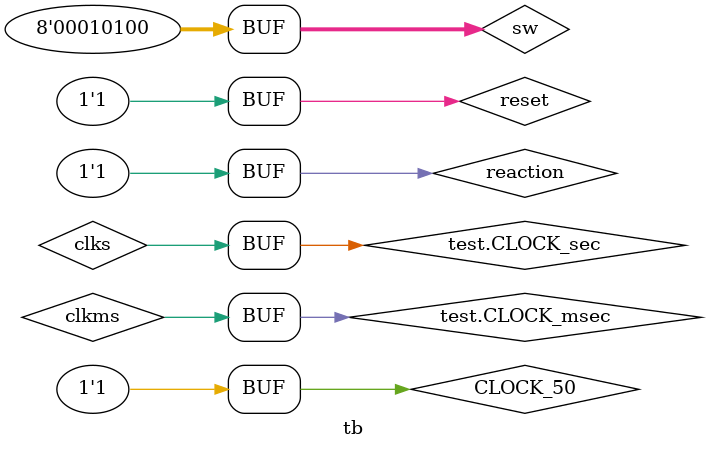
<source format=v>
module part3(input [7:0]SW,
				 input [2:1]KEY,
				 input CLOCK_50,
				 output [6:0]HEX0,
				 output [6:0]HEX1,
				 output [6:0]HEX2);
	wire [7:0]count;
	wire [3:0]bcd0,bcd1,bcd2;
	wire [11:0]counter;
	wire enable;
				 
	Clock_divider toSec(CLOCK_50,32'd50000000,CLOCK_sec);
	Clock_divider toMSec(CLOCK_50,32'd50000,CLOCK_msec);
	secCount count1(SW[7:0],CLOCK_sec,KEY[1],enable,count);
	msecCount count2(CLOCK_msec,KEY[1],enable,KEY[2],counter[11:0]);
	
	BintoBCD converter(counter,bcd0[3:0],bcd1[3:0],bcd2[3:0]);
	BCDto7 hex0(bcd0,HEX0);
	BCDto7 hex1(bcd1,HEX1);
	BCDto7 hex2(bcd2,HEX2);
				 
endmodule 

module BCDto7(input [3:0]sw,
				 output [6:0]hex);
				 
	assign hex[0] =  ~(sw[3] | sw[1] | (sw[2] ~^ sw[0]));
	assign hex[1] =  ~(~sw[2] | (sw[0] ~^ sw[1]));
	assign hex[2] =  ~(sw[2] | ~sw[1] | sw[0]);
	assign hex[3] =  ~(~sw[2]&~sw[0] | sw[1]&~sw[0] | sw[2]&~sw[1]&sw[0] | ~sw[2]&sw[1] | sw[3]);
	assign hex[4] =  ~(~sw[2]&~sw[0] | sw[1]&~sw[0]);
	assign hex[5] =  ~(sw[3] | ~sw[1]&~sw[0] | sw[2]&~sw[1] | sw[2]&~sw[0]);
	assign hex[6] =  ~(sw[3] | sw[1]&~sw[0] | sw[2]^sw[1]);
	
endmodule

module BintoBCD(input [11:0]bin,
					 output [3:0]bcd0,bcd1,bcd2);
			
	assign bcd0 = bin%7'd10;
	assign bcd1 = (bin/7'd10)%10;
	assign bcd2 = bin/100;
endmodule

module Clock_divider(input clock_in,
							input [31:0]DIVISOR,
							output reg clock_out);

	reg[31:0] counter=32'd0;
	
	always @(posedge clock_in)
	begin
		counter <= counter + 32'd1;
		if(counter>=(DIVISOR-1))
			counter <= 32'd0;
	end

	//assign clock_out = (counter<DIVISOR/2)?1'b0:1'b1;
	always@(posedge clock_in)
	begin
		if (counter<DIVISOR/2)
			clock_out = 1'b0;
		else 
			clock_out = 1'b1;
	end
endmodule

module secCount(input [7:0]load,
					 input ClkS,
					 input reset,
					 output rollOver,
					 output reg [7:0]countSec);

	//reg [7:0]countSec;	
					
	always@(posedge ClkS or negedge reset)
	begin
		if (reset == 0)
		begin
			countSec <= load;
		end
		
		else
		begin
			if (countSec == 0)
				countSec <= countSec;
			else
				countSec <= countSec - 1'b1;
		end
	end
	
	assign rollOver = (countSec == 0)? 1'b1:1'b0;
					 
endmodule

module msecCount(input ClkMS,
					  input reset,
					  input enable,
					  input stop,
					  output reg [11:0]countmSec);

	reg increment;
	
	always@(posedge ClkMS or negedge stop or negedge reset)
		begin
			if (reset == 0)
			begin
					countmSec <= 1'b0;
					increment <= 1;
			end
			else if(!stop)
				increment <= 0 | ~enable;
			else if (enable == 1)
				countmSec <= countmSec + increment;
		end
endmodule

module tb();
	reg CLOCK_50;
	reg [7:0]sw;
	reg reset,reaction;
	wire [6:0]hex0,hex1,hex2;
	wire [7:0]count;
	wire clkms, clks;
	
	
	
	part3 test(sw[7:0],{reaction,reset},CLOCK_50,hex0,hex1,hex2,count);
	
	
	assign clkms = test.CLOCK_msec;
	assign clks = test.CLOCK_sec;
	
	initial begin
		#0 	CLOCK_50 = 1'b0; 	sw = 8'd20;	reset = 1;	reaction = 1;
		#100 	CLOCK_50 = 1'b1;	reset = 0;
		#100 	CLOCK_50 = 1'b0;	reset = 0;
		#100 	CLOCK_50 = 1'b1;	reset = 0;
		#100 	CLOCK_50 = 1'b0;
		#100 	CLOCK_50 = 1'b1;
		#100 	CLOCK_50 = 1'b0;
		#100 	CLOCK_50 = 1'b1;
		#100 	CLOCK_50 = 1'b0;
		#100 	CLOCK_50 = 1'b1;
		#100 	CLOCK_50 = 1'b0;
		#100 	CLOCK_50 = 1'b1;
		#100 	CLOCK_50 = 1'b0;
		#100 	CLOCK_50 = 1'b1;
		#100 	CLOCK_50 = 1'b0;
		#100 	CLOCK_50 = 1'b1;
		#100 	CLOCK_50 = 1'b0;
		#100 	CLOCK_50 = 1'b1;
		#100 	CLOCK_50 = 1'b0;
		#100 	CLOCK_50 = 1'b1;
		#100 	CLOCK_50 = 1'b0;
		#100 	CLOCK_50 = 1'b1;
		#100 	CLOCK_50 = 1'b0;
		#100 	CLOCK_50 = 1'b1;
		#100 	CLOCK_50 = 1'b0;
		#100 	CLOCK_50 = 1'b1;
		#100 	CLOCK_50 = 1'b0;
		#100 	CLOCK_50 = 1'b1;
		#100 	CLOCK_50 = 1'b0;
		#100 	CLOCK_50 = 1'b1;
		#100 	CLOCK_50 = 1'b0;
		#100 	CLOCK_50 = 1'b1;
		#100 	CLOCK_50 = 1'b0;
		#100 	CLOCK_50 = 1'b1;
		#100 	CLOCK_50 = 1'b0;
		#100 	CLOCK_50 = 1'b1;
		#100 	CLOCK_50 = 1'b0;
		#100 	CLOCK_50 = 1'b1;
		#100 	CLOCK_50 = 1'b0;
		#100 	CLOCK_50 = 1'b1;
		#100 	CLOCK_50 = 1'b0;
		#100 	CLOCK_50 = 1'b1;
		#100 	CLOCK_50 = 1'b0;
		#100 	CLOCK_50 = 1'b1;
		#100 	CLOCK_50 = 1'b0;
		#100 	CLOCK_50 = 1'b1;
		#100 	CLOCK_50 = 1'b0;
		#100 	CLOCK_50 = 1'b1;
		#100 	CLOCK_50 = 1'b0;
		#100 	CLOCK_50 = 1'b1;
		#100 	CLOCK_50 = 1'b0;
		#100 	CLOCK_50 = 1'b1;
		#100 	CLOCK_50 = 1'b0;
		#100 	CLOCK_50 = 1'b1;
		#100 	CLOCK_50 = 1'b0;
		#100 	CLOCK_50 = 1'b1;
		#100 	CLOCK_50 = 1'b0;
		#100 	CLOCK_50 = 1'b1;
		#100 	CLOCK_50 = 1'b0;
		#100 	CLOCK_50 = 1'b1;
		#100 	CLOCK_50 = 1'b0;
		#100 	CLOCK_50 = 1'b1;
		#100 	CLOCK_50 = 1'b0;
		#100 	CLOCK_50 = 1'b1;
		#100 	CLOCK_50 = 1'b0;
		#100 	CLOCK_50 = 1'b1;
		#100 	CLOCK_50 = 1'b0;
		#100 	CLOCK_50 = 1'b1;
		#100 	CLOCK_50 = 1'b0;
		#100 	CLOCK_50 = 1'b1;
		#100 	CLOCK_50 = 1'b0;
		#100 	CLOCK_50 = 1'b1;
		#100 	CLOCK_50 = 1'b0;
		#100 	CLOCK_50 = 1'b1;
		#100 	CLOCK_50 = 1'b0;
		#100 	CLOCK_50 = 1'b1;
		#100 	CLOCK_50 = 1'b0;
		#100 	CLOCK_50 = 1'b1;
		#100 	CLOCK_50 = 1'b0;
		#100 	CLOCK_50 = 1'b1;
		#100 	CLOCK_50 = 1'b0;
		#100 	CLOCK_50 = 1'b1;
		#100 	CLOCK_50 = 1'b0;
		#100 	CLOCK_50 = 1'b1;
		#100 	CLOCK_50 = 1'b0;
		#100 	CLOCK_50 = 1'b1;
		#100 	CLOCK_50 = 1'b0;
		#100 	CLOCK_50 = 1'b1;
		#100 	CLOCK_50 = 1'b0;
		#100 	CLOCK_50 = 1'b1;
		#100 	CLOCK_50 = 1'b0;
		#100 	CLOCK_50 = 1'b1;
		#100 	CLOCK_50 = 1'b0;
		#100 	CLOCK_50 = 1'b1;
		#100 	CLOCK_50 = 1'b0;
		#100 	CLOCK_50 = 1'b1;
		#100 	CLOCK_50 = 1'b0;
		#100 	CLOCK_50 = 1'b1;
		#100 	CLOCK_50 = 1'b0;
		#100 	CLOCK_50 = 1'b1;
		#100 	CLOCK_50 = 1'b0;
		#100 	CLOCK_50 = 1'b1;
		#100 	CLOCK_50 = 1'b0;
		#100 	CLOCK_50 = 1'b1;
		#100 	CLOCK_50 = 1'b0;
		#100 	CLOCK_50 = 1'b1;
		#100 	CLOCK_50 = 1'b0;
		#100 	CLOCK_50 = 1'b1;
		#100 	CLOCK_50 = 1'b0;
		#100 	CLOCK_50 = 1'b1;
		#100 	CLOCK_50 = 1'b0;
		#100 	CLOCK_50 = 1'b1;
		#100 	CLOCK_50 = 1'b0;
		#100 	CLOCK_50 = 1'b1;
		#100 	CLOCK_50 = 1'b0;
		#100 	CLOCK_50 = 1'b1;
		#100 	CLOCK_50 = 1'b0;
		#100 	CLOCK_50 = 1'b1;
		#100 	CLOCK_50 = 1'b0;
		#100 	CLOCK_50 = 1'b1;
		#100 	CLOCK_50 = 1'b0;
		#100 	CLOCK_50 = 1'b1;
		#100 	CLOCK_50 = 1'b0;
		#100 	CLOCK_50 = 1'b1;
		#100 	CLOCK_50 = 1'b0;
		#100 	CLOCK_50 = 1'b1;
		#100 	CLOCK_50 = 1'b0;
		#100 	CLOCK_50 = 1'b1;
		#100 	CLOCK_50 = 1'b0;
		#100 	CLOCK_50 = 1'b1;
		#100 	CLOCK_50 = 1'b0;
		#100 	CLOCK_50 = 1'b1;
		#100 	CLOCK_50 = 1'b0;
		#100 	CLOCK_50 = 1'b1;
		#100 	CLOCK_50 = 1'b0;
		#100 	CLOCK_50 = 1'b1;
		#100 	CLOCK_50 = 1'b0;
		#100 	CLOCK_50 = 1'b1;
		#100 	CLOCK_50 = 1'b0;
		#100 	CLOCK_50 = 1'b1;	reset = 1;
		#100 	CLOCK_50 = 1'b0;
		#100 	CLOCK_50 = 1'b1;
		#100 	CLOCK_50 = 1'b0;
		#100 	CLOCK_50 = 1'b1;
		#100 	CLOCK_50 = 1'b0;
		#100 	CLOCK_50 = 1'b1;
		#100 	CLOCK_50 = 1'b0;
		#100 	CLOCK_50 = 1'b1;
		#100 	CLOCK_50 = 1'b0;
		#100 	CLOCK_50 = 1'b1;
		#100 	CLOCK_50 = 1'b0;
		#100 	CLOCK_50 = 1'b1;
		#100 	CLOCK_50 = 1'b0;
		#100 	CLOCK_50 = 1'b1;
		#100 	CLOCK_50 = 1'b0;
		#100 	CLOCK_50 = 1'b1;
		#100 	CLOCK_50 = 1'b0;
		#100 	CLOCK_50 = 1'b1;
		#100 	CLOCK_50 = 1'b0;
		#100 	CLOCK_50 = 1'b1;
		#100 	CLOCK_50 = 1'b0;
		#100 	CLOCK_50 = 1'b1;
		#100 	CLOCK_50 = 1'b0;
		#100 	CLOCK_50 = 1'b1;
		#100 	CLOCK_50 = 1'b0;
		#100 	CLOCK_50 = 1'b1;
		#100 	CLOCK_50 = 1'b0;
		#100 	CLOCK_50 = 1'b1;
		#100 	CLOCK_50 = 1'b0;
		#100 	CLOCK_50 = 1'b1;
		#100 	CLOCK_50 = 1'b0;
		#100 	CLOCK_50 = 1'b1;
		#100 	CLOCK_50 = 1'b0;
		#100 	CLOCK_50 = 1'b1;
		#100 	CLOCK_50 = 1'b0;
		#100 	CLOCK_50 = 1'b1;
		#100 	CLOCK_50 = 1'b0;
		#100 	CLOCK_50 = 1'b1;
		#100 	CLOCK_50 = 1'b0;
		#100 	CLOCK_50 = 1'b1;
		#100 	CLOCK_50 = 1'b0;
		#100 	CLOCK_50 = 1'b1;
		#100 	CLOCK_50 = 1'b0;
		#100 	CLOCK_50 = 1'b1;
		#100 	CLOCK_50 = 1'b0;
		#100 	CLOCK_50 = 1'b1;
		#100 	CLOCK_50 = 1'b0;
		#100 	CLOCK_50 = 1'b1;
		#100 	CLOCK_50 = 1'b0;
		#100 	CLOCK_50 = 1'b1;
		#100 	CLOCK_50 = 1'b0;
		#100 	CLOCK_50 = 1'b1;
		#100 	CLOCK_50 = 1'b0;
		#100 	CLOCK_50 = 1'b1;
		#100 	CLOCK_50 = 1'b0;
		#100 	CLOCK_50 = 1'b1;
		#100 	CLOCK_50 = 1'b0;
		#100 	CLOCK_50 = 1'b1;
		#100 	CLOCK_50 = 1'b0;
		#100 	CLOCK_50 = 1'b1;
		#100 	CLOCK_50 = 1'b0;
		#100 	CLOCK_50 = 1'b1;
		#100 	CLOCK_50 = 1'b0;
		#100 	CLOCK_50 = 1'b1;
		#100 	CLOCK_50 = 1'b0;
		#100 	CLOCK_50 = 1'b1;
		#100 	CLOCK_50 = 1'b0;	
		#100 	CLOCK_50 = 1'b1;
		#100 	CLOCK_50 = 1'b0;
		#100 	CLOCK_50 = 1'b1;
		#100 	CLOCK_50 = 1'b0;
		#100 	CLOCK_50 = 1'b1;
		#100 	CLOCK_50 = 1'b0;
		#100 	CLOCK_50 = 1'b1;
		#100 	CLOCK_50 = 1'b0;
		#100 	CLOCK_50 = 1'b1;
		#100 	CLOCK_50 = 1'b0;
		#100 	CLOCK_50 = 1'b1;
		#100 	CLOCK_50 = 1'b0;
		#100 	CLOCK_50 = 1'b1;
		#100 	CLOCK_50 = 1'b0;
		#100 	CLOCK_50 = 1'b1;
		#100 	CLOCK_50 = 1'b0;
		#100 	CLOCK_50 = 1'b1;
		#100 	CLOCK_50 = 1'b0;
		#100 	CLOCK_50 = 1'b1;
		#100 	CLOCK_50 = 1'b0;
		#100 	CLOCK_50 = 1'b1;
		#100 	CLOCK_50 = 1'b0;
		#100 	CLOCK_50 = 1'b1;
		#100 	CLOCK_50 = 1'b0;
		#100 	CLOCK_50 = 1'b1;
		#100 	CLOCK_50 = 1'b0;
		#100 	CLOCK_50 = 1'b1;
		#100 	CLOCK_50 = 1'b0;
		#100 	CLOCK_50 = 1'b1;
		#100 	CLOCK_50 = 1'b0;
		#100 	CLOCK_50 = 1'b1;
		#100 	CLOCK_50 = 1'b0;
		#100 	CLOCK_50 = 1'b1;
		#100 	CLOCK_50 = 1'b0;
		#100 	CLOCK_50 = 1'b1;
		#100 	CLOCK_50 = 1'b0;
		#100 	CLOCK_50 = 1'b1;
		#100 	CLOCK_50 = 1'b0;
		#100 	CLOCK_50 = 1'b1;
		#100 	CLOCK_50 = 1'b0;
		#100 	CLOCK_50 = 1'b1;
		#100 	CLOCK_50 = 1'b0;
		#100 	CLOCK_50 = 1'b1;
		#100 	CLOCK_50 = 1'b0;
		#100 	CLOCK_50 = 1'b1;
		#100 	CLOCK_50 = 1'b0;
		#100 	CLOCK_50 = 1'b1;
		#100 	CLOCK_50 = 1'b0;
		#100 	CLOCK_50 = 1'b1;
		#100 	CLOCK_50 = 1'b0;
		#100 	CLOCK_50 = 1'b1;
		#100 	CLOCK_50 = 1'b0;
		#100 	CLOCK_50 = 1'b1;
		#100 	CLOCK_50 = 1'b0;
		#100 	CLOCK_50 = 1'b1;
		#100 	CLOCK_50 = 1'b0;
		#100 	CLOCK_50 = 1'b1;
		#100 	CLOCK_50 = 1'b0;
		#100 	CLOCK_50 = 1'b1;
		#100 	CLOCK_50 = 1'b0;
		#100 	CLOCK_50 = 1'b1;
		#100 	CLOCK_50 = 1'b0;
		#100 	CLOCK_50 = 1'b1;
		#100 	CLOCK_50 = 1'b0;
		#100 	CLOCK_50 = 1'b1;
		#100 	CLOCK_50 = 1'b0;
		#100 	CLOCK_50 = 1'b1;
		#100 	CLOCK_50 = 1'b0;
		#100 	CLOCK_50 = 1'b1;
		#100 	CLOCK_50 = 1'b0;
		#100 	CLOCK_50 = 1'b1;
		#100 	CLOCK_50 = 1'b0;
		#100 	CLOCK_50 = 1'b1;
		#100 	CLOCK_50 = 1'b0;
		#100 	CLOCK_50 = 1'b1;
		#100 	CLOCK_50 = 1'b0;
		#100 	CLOCK_50 = 1'b1;
		#100 	CLOCK_50 = 1'b0;
		#100 	CLOCK_50 = 1'b1;
		#100 	CLOCK_50 = 1'b0;
		#100 	CLOCK_50 = 1'b1;
		#100 	CLOCK_50 = 1'b0;
		#100 	CLOCK_50 = 1'b1;
		#100 	CLOCK_50 = 1'b0;
		#100 	CLOCK_50 = 1'b1;
		#100 	CLOCK_50 = 1'b0;
		#100 	CLOCK_50 = 1'b1;
		#100 	CLOCK_50 = 1'b0;
		#100 	CLOCK_50 = 1'b1;
		#100 	CLOCK_50 = 1'b0;
		#100 	CLOCK_50 = 1'b1;
		#100 	CLOCK_50 = 1'b0;
		#100 	CLOCK_50 = 1'b1;
		#100 	CLOCK_50 = 1'b0;
		#100 	CLOCK_50 = 1'b1;
		#100 	CLOCK_50 = 1'b0;
		#100 	CLOCK_50 = 1'b1;
		#100 	CLOCK_50 = 1'b0;
		#100 	CLOCK_50 = 1'b1;
		#100 	CLOCK_50 = 1'b0;
		#100 	CLOCK_50 = 1'b1;
		#100 	CLOCK_50 = 1'b0;
		#100 	CLOCK_50 = 1'b1;
		#100 	CLOCK_50 = 1'b0;
		#100 	CLOCK_50 = 1'b1;
		#100 	CLOCK_50 = 1'b0;
		#100 	CLOCK_50 = 1'b1;
		#100 	CLOCK_50 = 1'b0;
		#100 	CLOCK_50 = 1'b1;
		#100 	CLOCK_50 = 1'b0;
		#100 	CLOCK_50 = 1'b1;
		#100 	CLOCK_50 = 1'b0;
		#100 	CLOCK_50 = 1'b1;
		#100 	CLOCK_50 = 1'b0;
		#100 	CLOCK_50 = 1'b1;
		#100 	CLOCK_50 = 1'b0;
		#100 	CLOCK_50 = 1'b1;
		#100 	CLOCK_50 = 1'b0;
		#100 	CLOCK_50 = 1'b1;
		#100 	CLOCK_50 = 1'b0;
		#100 	CLOCK_50 = 1'b1;
		#100 	CLOCK_50 = 1'b0;
		#100 	CLOCK_50 = 1'b1;
		#100 	CLOCK_50 = 1'b0;
		#100 	CLOCK_50 = 1'b1;
		#100 	CLOCK_50 = 1'b0;
		#100 	CLOCK_50 = 1'b1;
		#100 	CLOCK_50 = 1'b0;
		#100 	CLOCK_50 = 1'b1;
		#100 	CLOCK_50 = 1'b0;
		#100 	CLOCK_50 = 1'b1;
		#100 	CLOCK_50 = 1'b0;
		#100 	CLOCK_50 = 1'b1;
		#100 	CLOCK_50 = 1'b0;
		#100 	CLOCK_50 = 1'b1;
		#100 	CLOCK_50 = 1'b0;
		#100 	CLOCK_50 = 1'b1;
		#100 	CLOCK_50 = 1'b0;
		#100 	CLOCK_50 = 1'b1;
		#100 	CLOCK_50 = 1'b0;
		#100 	CLOCK_50 = 1'b1;
		#100 	CLOCK_50 = 1'b0;
		#100 	CLOCK_50 = 1'b1;
		#100 	CLOCK_50 = 1'b0;
		#100 	CLOCK_50 = 1'b1;
		#100 	CLOCK_50 = 1'b0;
		#100 	CLOCK_50 = 1'b1;
		#100 	CLOCK_50 = 1'b0;
		#100 	CLOCK_50 = 1'b1;
		#100 	CLOCK_50 = 1'b0;
		#100 	CLOCK_50 = 1'b1;
		#100 	CLOCK_50 = 1'b0;
		#100 	CLOCK_50 = 1'b1;
		#100 	CLOCK_50 = 1'b0;
		#100 	CLOCK_50 = 1'b1;
		#100 	CLOCK_50 = 1'b0;
		#100 	CLOCK_50 = 1'b1;
		#100 	CLOCK_50 = 1'b0;
		#100 	CLOCK_50 = 1'b1;
		#100 	CLOCK_50 = 1'b0;
		#100 	CLOCK_50 = 1'b1;
		#100 	CLOCK_50 = 1'b0;
		#100 	CLOCK_50 = 1'b1;
		#100 	CLOCK_50 = 1'b0;
		#100 	CLOCK_50 = 1'b1;
		#100 	CLOCK_50 = 1'b0;
		#100 	CLOCK_50 = 1'b1;
		#100 	CLOCK_50 = 1'b0;
		#100 	CLOCK_50 = 1'b1;
		#100 	CLOCK_50 = 1'b0;
		#100 	CLOCK_50 = 1'b1;
		#100 	CLOCK_50 = 1'b0;
		#100 	CLOCK_50 = 1'b1;
		#100 	CLOCK_50 = 1'b0;
		#100 	CLOCK_50 = 1'b1;
		#100 	CLOCK_50 = 1'b0;
		#100 	CLOCK_50 = 1'b1;
		#100 	CLOCK_50 = 1'b0;
		#100 	CLOCK_50 = 1'b1;
		#100 	CLOCK_50 = 1'b0;
		#100 	CLOCK_50 = 1'b1;
		#100 	CLOCK_50 = 1'b0;
		#100 	CLOCK_50 = 1'b1;
		#100 	CLOCK_50 = 1'b0;
		#100 	CLOCK_50 = 1'b1;
		#100 	CLOCK_50 = 1'b0;
		#100 	CLOCK_50 = 1'b1;
		#100 	CLOCK_50 = 1'b0;
		#100 	CLOCK_50 = 1'b1;
		#100 	CLOCK_50 = 1'b0;
		#100 	CLOCK_50 = 1'b1;
		#100 	CLOCK_50 = 1'b0;
		#100 	CLOCK_50 = 1'b1;
		#100 	CLOCK_50 = 1'b0;
		#100 	CLOCK_50 = 1'b1;
		#100 	CLOCK_50 = 1'b0;
		#100 	CLOCK_50 = 1'b1;
		#100 	CLOCK_50 = 1'b0;
		#100 	CLOCK_50 = 1'b1;
		#100 	CLOCK_50 = 1'b0;
		#100 	CLOCK_50 = 1'b1;
		#100 	CLOCK_50 = 1'b0;
		#100 	CLOCK_50 = 1'b1;
		#100 	CLOCK_50 = 1'b0;
		#100 	CLOCK_50 = 1'b1;
		#100 	CLOCK_50 = 1'b0;
		#100 	CLOCK_50 = 1'b1;
		#100 	CLOCK_50 = 1'b0;
		#100 	CLOCK_50 = 1'b1;
		#100 	CLOCK_50 = 1'b0;
		#100 	CLOCK_50 = 1'b1;
		#100 	CLOCK_50 = 1'b0;
		#100 	CLOCK_50 = 1'b1;
		#100 	CLOCK_50 = 1'b0;
		#100 	CLOCK_50 = 1'b1;
		#100 	CLOCK_50 = 1'b0;
		#100 	CLOCK_50 = 1'b1;
		#100 	CLOCK_50 = 1'b0;
		#100 	CLOCK_50 = 1'b1;
		#100 	CLOCK_50 = 1'b0;
		#100 	CLOCK_50 = 1'b1;
		#100 	CLOCK_50 = 1'b0;
		#100 	CLOCK_50 = 1'b1;
		#100 	CLOCK_50 = 1'b0;
		#100 	CLOCK_50 = 1'b1;
		#100 	CLOCK_50 = 1'b0;
		#100 	CLOCK_50 = 1'b1;
		#100 	CLOCK_50 = 1'b0;
		#100 	CLOCK_50 = 1'b1;
		#100 	CLOCK_50 = 1'b0;
		#100 	CLOCK_50 = 1'b1;
		#100 	CLOCK_50 = 1'b0;
		#100 	CLOCK_50 = 1'b1;
		#100 	CLOCK_50 = 1'b0;
		#100 	CLOCK_50 = 1'b1;
		#100 	CLOCK_50 = 1'b0;
		#100 	CLOCK_50 = 1'b1;
		#100 	CLOCK_50 = 1'b0;
		#100 	CLOCK_50 = 1'b1;
		#100 	CLOCK_50 = 1'b0;
		#100 	CLOCK_50 = 1'b1;
		#100 	CLOCK_50 = 1'b0;
		#100 	CLOCK_50 = 1'b1;
		#100 	CLOCK_50 = 1'b0;
		#100 	CLOCK_50 = 1'b1;
		#100 	CLOCK_50 = 1'b0;
		#100 	CLOCK_50 = 1'b1;
		#100 	CLOCK_50 = 1'b0;
		#100 	CLOCK_50 = 1'b1;
		#100 	CLOCK_50 = 1'b0;
		#100 	CLOCK_50 = 1'b1;
		#100 	CLOCK_50 = 1'b0;
		#100 	CLOCK_50 = 1'b1;
		#100 	CLOCK_50 = 1'b0;
		#100 	CLOCK_50 = 1'b1;
		#100 	CLOCK_50 = 1'b0;
		#100 	CLOCK_50 = 1'b1;
		#100 	CLOCK_50 = 1'b0;
		#100 	CLOCK_50 = 1'b1;
		#100 	CLOCK_50 = 1'b0;
		#100 	CLOCK_50 = 1'b1;
		#100 	CLOCK_50 = 1'b0;
		#100 	CLOCK_50 = 1'b1;
		#100 	CLOCK_50 = 1'b0;
		#100 	CLOCK_50 = 1'b1;
		#100 	CLOCK_50 = 1'b0;
		#100 	CLOCK_50 = 1'b1;
		#100 	CLOCK_50 = 1'b0;
		#100 	CLOCK_50 = 1'b1;
		#100 	CLOCK_50 = 1'b0;
		#100 	CLOCK_50 = 1'b1;
		#100 	CLOCK_50 = 1'b0;
		#100 	CLOCK_50 = 1'b1;
		#100 	CLOCK_50 = 1'b0;
		#100 	CLOCK_50 = 1'b1;
		#100 	CLOCK_50 = 1'b0;
		#100 	CLOCK_50 = 1'b1;
		#100 	CLOCK_50 = 1'b0;
		#100 	CLOCK_50 = 1'b1;
		#100 	CLOCK_50 = 1'b0;
		#100 	CLOCK_50 = 1'b1;
		#100 	CLOCK_50 = 1'b0;
		#100 	CLOCK_50 = 1'b1;
		#100 	CLOCK_50 = 1'b0;
		#100 	CLOCK_50 = 1'b1;
		#100 	CLOCK_50 = 1'b0;
		#100 	CLOCK_50 = 1'b1;
		#100 	CLOCK_50 = 1'b0;
		#100 	CLOCK_50 = 1'b1;
		#100 	CLOCK_50 = 1'b0;
		#100 	CLOCK_50 = 1'b1;
		#100 	CLOCK_50 = 1'b0;
		#100 	CLOCK_50 = 1'b1;
		#100 	CLOCK_50 = 1'b0;
		#100 	CLOCK_50 = 1'b1;
		#100 	CLOCK_50 = 1'b0;
		#100 	CLOCK_50 = 1'b1;
		#100 	CLOCK_50 = 1'b0;
		#100 	CLOCK_50 = 1'b1;
		#100 	CLOCK_50 = 1'b0;
		#100 	CLOCK_50 = 1'b1;
		#100 	CLOCK_50 = 1'b0;
		#100 	CLOCK_50 = 1'b1;
		#100 	CLOCK_50 = 1'b0;
		#100 	CLOCK_50 = 1'b1;
		#100 	CLOCK_50 = 1'b0;
		#100 	CLOCK_50 = 1'b1;
		#100 	CLOCK_50 = 1'b0;
		#100 	CLOCK_50 = 1'b1;
		#100 	CLOCK_50 = 1'b0;
		#100 	CLOCK_50 = 1'b1;
		#100 	CLOCK_50 = 1'b0;
		#100 	CLOCK_50 = 1'b1;
		#100 	CLOCK_50 = 1'b0;
		#100 	CLOCK_50 = 1'b1;
		#100 	CLOCK_50 = 1'b0;
		#100 	CLOCK_50 = 1'b1;
		#100 	CLOCK_50 = 1'b0;
		#100 	CLOCK_50 = 1'b1;
		#100 	CLOCK_50 = 1'b0;
		#100 	CLOCK_50 = 1'b1;
		#100 	CLOCK_50 = 1'b0;
		#100 	CLOCK_50 = 1'b1;
		#100 	CLOCK_50 = 1'b0;
		#100 	CLOCK_50 = 1'b1;
		#100 	CLOCK_50 = 1'b0;
		#100 	CLOCK_50 = 1'b1;
		#100 	CLOCK_50 = 1'b0;
		#100 	CLOCK_50 = 1'b1;
		#100 	CLOCK_50 = 1'b0;
		#100 	CLOCK_50 = 1'b1;
		#100 	CLOCK_50 = 1'b0;
		#100 	CLOCK_50 = 1'b1;
		#100 	CLOCK_50 = 1'b0;
		#100 	CLOCK_50 = 1'b1;
		#100 	CLOCK_50 = 1'b0;
		#100 	CLOCK_50 = 1'b1;
		#100 	CLOCK_50 = 1'b0;
		#100 	CLOCK_50 = 1'b1;
		#100 	CLOCK_50 = 1'b0;
		#100 	CLOCK_50 = 1'b1;
		#100 	CLOCK_50 = 1'b0;
		#100 	CLOCK_50 = 1'b1;
		#100 	CLOCK_50 = 1'b0;
		#100 	CLOCK_50 = 1'b1;
		#100 	CLOCK_50 = 1'b0;
		#100 	CLOCK_50 = 1'b1;
		#100 	CLOCK_50 = 1'b0;
		#100 	CLOCK_50 = 1'b1;
		#100 	CLOCK_50 = 1'b0;
		#100 	CLOCK_50 = 1'b1;
		#100 	CLOCK_50 = 1'b0;
		#100 	CLOCK_50 = 1'b1;
		#100 	CLOCK_50 = 1'b0;
		#100 	CLOCK_50 = 1'b1;
		#100 	CLOCK_50 = 1'b0;
		#100 	CLOCK_50 = 1'b1;
		#100 	CLOCK_50 = 1'b0;
		#100 	CLOCK_50 = 1'b1;
		#100 	CLOCK_50 = 1'b0;
		#100 	CLOCK_50 = 1'b1;
		#100 	CLOCK_50 = 1'b0;
		#100 	CLOCK_50 = 1'b1;
		#100 	CLOCK_50 = 1'b0;
		#100 	CLOCK_50 = 1'b1;
		#100 	CLOCK_50 = 1'b0;
		#100 	CLOCK_50 = 1'b1;
		#100 	CLOCK_50 = 1'b0;
		#100 	CLOCK_50 = 1'b1;
		#100 	CLOCK_50 = 1'b0;
		#100 	CLOCK_50 = 1'b1;
		#100 	CLOCK_50 = 1'b0;
		#100 	CLOCK_50 = 1'b1;
		#100 	CLOCK_50 = 1'b0;
		#100 	CLOCK_50 = 1'b1;
		#100 	CLOCK_50 = 1'b0;
		#100 	CLOCK_50 = 1'b1;
		#100 	CLOCK_50 = 1'b0;
		#100 	CLOCK_50 = 1'b1;
		#100 	CLOCK_50 = 1'b0;
		#100 	CLOCK_50 = 1'b1;
		#100 	CLOCK_50 = 1'b0;
		#100 	CLOCK_50 = 1'b1;
		#100 	CLOCK_50 = 1'b0;
		#100 	CLOCK_50 = 1'b1;
		#100 	CLOCK_50 = 1'b0;
		#100 	CLOCK_50 = 1'b1;
		#100 	CLOCK_50 = 1'b0;
		#100 	CLOCK_50 = 1'b1;
		#100 	CLOCK_50 = 1'b0;
		#100 	CLOCK_50 = 1'b1;
		#100 	CLOCK_50 = 1'b0;
		#100 	CLOCK_50 = 1'b1;
		#100 	CLOCK_50 = 1'b0;
		#100 	CLOCK_50 = 1'b1;
		#100 	CLOCK_50 = 1'b0;
		#100 	CLOCK_50 = 1'b1;
		#100 	CLOCK_50 = 1'b0;
		#100 	CLOCK_50 = 1'b1;
		#100 	CLOCK_50 = 1'b0;
		#100 	CLOCK_50 = 1'b1;
		#100 	CLOCK_50 = 1'b0;
		#100 	CLOCK_50 = 1'b1;
		#100 	CLOCK_50 = 1'b0;
		#100 	CLOCK_50 = 1'b1;
		#100 	CLOCK_50 = 1'b0;
		#100 	CLOCK_50 = 1'b1;
		#100 	CLOCK_50 = 1'b0;
		#100 	CLOCK_50 = 1'b1;
		#100 	CLOCK_50 = 1'b0;
		#100 	CLOCK_50 = 1'b1;
		#100 	CLOCK_50 = 1'b0;
		#100 	CLOCK_50 = 1'b1;
		#100 	CLOCK_50 = 1'b0;
		#100 	CLOCK_50 = 1'b1;
		#100 	CLOCK_50 = 1'b0;
		#100 	CLOCK_50 = 1'b1;
		#100 	CLOCK_50 = 1'b0;
		#100 	CLOCK_50 = 1'b1;
		#100 	CLOCK_50 = 1'b0;
		#100 	CLOCK_50 = 1'b1;
		#100 	CLOCK_50 = 1'b0;
		#100 	CLOCK_50 = 1'b1;
		#100 	CLOCK_50 = 1'b0;
		#100 	CLOCK_50 = 1'b1;
		#100 	CLOCK_50 = 1'b0;
		#100 	CLOCK_50 = 1'b1;
		#100 	CLOCK_50 = 1'b0;
		#100 	CLOCK_50 = 1'b1;
		#100 	CLOCK_50 = 1'b0;
		#100 	CLOCK_50 = 1'b1;
		#100 	CLOCK_50 = 1'b0;
		#100 	CLOCK_50 = 1'b1;
		#100 	CLOCK_50 = 1'b0;
		#100 	CLOCK_50 = 1'b1;
		#100 	CLOCK_50 = 1'b0;
		#100 	CLOCK_50 = 1'b1;
		#100 	CLOCK_50 = 1'b0;
		#100 	CLOCK_50 = 1'b1;
		#100 	CLOCK_50 = 1'b0;
		#100 	CLOCK_50 = 1'b1;
		#100 	CLOCK_50 = 1'b0;
		#100 	CLOCK_50 = 1'b1;
		#100 	CLOCK_50 = 1'b0;
		#100 	CLOCK_50 = 1'b1;
		#100 	CLOCK_50 = 1'b0;
		#100 	CLOCK_50 = 1'b1;
		#100 	CLOCK_50 = 1'b0;
		#100 	CLOCK_50 = 1'b1;
		#100 	CLOCK_50 = 1'b0;
		#100 	CLOCK_50 = 1'b1;
		#100 	CLOCK_50 = 1'b0;
		#100 	CLOCK_50 = 1'b1;
		#100 	CLOCK_50 = 1'b0;
		#100 	CLOCK_50 = 1'b1;
		#100 	CLOCK_50 = 1'b0;
		#100 	CLOCK_50 = 1'b1;
		#100 	CLOCK_50 = 1'b0;
		#100 	CLOCK_50 = 1'b1;
		#100 	CLOCK_50 = 1'b0;
		#100 	CLOCK_50 = 1'b1;
		#100 	CLOCK_50 = 1'b0;
		#100 	CLOCK_50 = 1'b1;
		#100 	CLOCK_50 = 1'b0;
		#100 	CLOCK_50 = 1'b1;
		#100 	CLOCK_50 = 1'b0;
		#100 	CLOCK_50 = 1'b1;
		#100 	CLOCK_50 = 1'b0;
		#100 	CLOCK_50 = 1'b1;
		#100 	CLOCK_50 = 1'b0;
		#100 	CLOCK_50 = 1'b1;
		#100 	CLOCK_50 = 1'b0;
		#100 	CLOCK_50 = 1'b1;
		#100 	CLOCK_50 = 1'b0;
		#100 	CLOCK_50 = 1'b1;
		#100 	CLOCK_50 = 1'b0;
		#100 	CLOCK_50 = 1'b1;
		#100 	CLOCK_50 = 1'b0;
		#100 	CLOCK_50 = 1'b1;
		#100 	CLOCK_50 = 1'b0;
		#100 	CLOCK_50 = 1'b1;
		#100 	CLOCK_50 = 1'b0;
		#100 	CLOCK_50 = 1'b1;
		#100 	CLOCK_50 = 1'b0;
		#100 	CLOCK_50 = 1'b1;
		#100 	CLOCK_50 = 1'b0;
		#100 	CLOCK_50 = 1'b1;
		#100 	CLOCK_50 = 1'b0;
		#100 	CLOCK_50 = 1'b1;
		#100 	CLOCK_50 = 1'b0;
		#100 	CLOCK_50 = 1'b1;
		#100 	CLOCK_50 = 1'b0;
		#100 	CLOCK_50 = 1'b1;
		#100 	CLOCK_50 = 1'b0;
		#100 	CLOCK_50 = 1'b1;
		#100 	CLOCK_50 = 1'b0;
		#100 	CLOCK_50 = 1'b1;
		#100 	CLOCK_50 = 1'b0;
		#100 	CLOCK_50 = 1'b1;
		#100 	CLOCK_50 = 1'b0;
		#100 	CLOCK_50 = 1'b1;
		#100 	CLOCK_50 = 1'b0;
		#100 	CLOCK_50 = 1'b1;
		#100 	CLOCK_50 = 1'b0;
		#100 	CLOCK_50 = 1'b1;
		#100 	CLOCK_50 = 1'b0;
		#100 	CLOCK_50 = 1'b1;
		#100 	CLOCK_50 = 1'b0;
		#100 	CLOCK_50 = 1'b1;
		#100 	CLOCK_50 = 1'b0;
		#100 	CLOCK_50 = 1'b1;
		#100 	CLOCK_50 = 1'b0;
		#100 	CLOCK_50 = 1'b1;
		#100 	CLOCK_50 = 1'b0;
		#100 	CLOCK_50 = 1'b1;
		#100 	CLOCK_50 = 1'b0;
		#100 	CLOCK_50 = 1'b1;
		#100 	CLOCK_50 = 1'b0;
		#100 	CLOCK_50 = 1'b1;
		#100 	CLOCK_50 = 1'b0;
		#100 	CLOCK_50 = 1'b1;
		#100 	CLOCK_50 = 1'b0;
		#100 	CLOCK_50 = 1'b1;
		#100 	CLOCK_50 = 1'b0;
		#100 	CLOCK_50 = 1'b1;
		#100 	CLOCK_50 = 1'b0;
		#100 	CLOCK_50 = 1'b1;
		#100 	CLOCK_50 = 1'b0;
		#100 	CLOCK_50 = 1'b1;
		#100 	CLOCK_50 = 1'b0;
		#100 	CLOCK_50 = 1'b1;
		#100 	CLOCK_50 = 1'b0;
		#100 	CLOCK_50 = 1'b1;
		#100 	CLOCK_50 = 1'b0;
		#100 	CLOCK_50 = 1'b1;
		#100 	CLOCK_50 = 1'b0;
		#100 	CLOCK_50 = 1'b1;
		#100 	CLOCK_50 = 1'b0;
		#100 	CLOCK_50 = 1'b1;
		#100 	CLOCK_50 = 1'b0;
		#100 	CLOCK_50 = 1'b1;
		#100 	CLOCK_50 = 1'b0;
		#100 	CLOCK_50 = 1'b1;
		#100 	CLOCK_50 = 1'b0;
		#100 	CLOCK_50 = 1'b1;
		#100 	CLOCK_50 = 1'b0;
		#100 	CLOCK_50 = 1'b1;
		#100 	CLOCK_50 = 1'b0;
		#100 	CLOCK_50 = 1'b1;
		#100 	CLOCK_50 = 1'b0;
		#100 	CLOCK_50 = 1'b1;
		#100 	CLOCK_50 = 1'b0;
		#100 	CLOCK_50 = 1'b1;
		#100 	CLOCK_50 = 1'b0;
		#100 	CLOCK_50 = 1'b1;
		#100 	CLOCK_50 = 1'b0;
		#100 	CLOCK_50 = 1'b1;
		#100 	CLOCK_50 = 1'b0;
		#100 	CLOCK_50 = 1'b1;
		#100 	CLOCK_50 = 1'b0;
		#100 	CLOCK_50 = 1'b1;
		#100 	CLOCK_50 = 1'b0;
		#100 	CLOCK_50 = 1'b1;
		#100 	CLOCK_50 = 1'b0;
		#100 	CLOCK_50 = 1'b1;
		#100 	CLOCK_50 = 1'b0;
		#100 	CLOCK_50 = 1'b1;
		#100 	CLOCK_50 = 1'b0;
		#100 	CLOCK_50 = 1'b1;
		#100 	CLOCK_50 = 1'b0;
		#100 	CLOCK_50 = 1'b1;
		#100 	CLOCK_50 = 1'b0;
		#100 	CLOCK_50 = 1'b1;
		#100 	CLOCK_50 = 1'b0;
		#100 	CLOCK_50 = 1'b1;
		#100 	CLOCK_50 = 1'b0;
		#100 	CLOCK_50 = 1'b1;
		#100 	CLOCK_50 = 1'b0;
		#100 	CLOCK_50 = 1'b1;
		#100 	CLOCK_50 = 1'b0;
		#100 	CLOCK_50 = 1'b1;
		#100 	CLOCK_50 = 1'b0;
		#100 	CLOCK_50 = 1'b1;
		#100 	CLOCK_50 = 1'b0;
		#100 	CLOCK_50 = 1'b1;
		#100 	CLOCK_50 = 1'b0;
		#100 	CLOCK_50 = 1'b1;
		#100 	CLOCK_50 = 1'b0;
		#100 	CLOCK_50 = 1'b1;
		#100 	CLOCK_50 = 1'b0;
		#100 	CLOCK_50 = 1'b1;
		#100 	CLOCK_50 = 1'b0;
		#100 	CLOCK_50 = 1'b1;
		#100 	CLOCK_50 = 1'b0;
		#100 	CLOCK_50 = 1'b1;
		#100 	CLOCK_50 = 1'b0;
		#100 	CLOCK_50 = 1'b1;
		#100 	CLOCK_50 = 1'b0;
		#100 	CLOCK_50 = 1'b1;
		#100 	CLOCK_50 = 1'b0;
		#100 	CLOCK_50 = 1'b1;
		#100 	CLOCK_50 = 1'b0;
		#100 	CLOCK_50 = 1'b1;
		#100 	CLOCK_50 = 1'b0;
		#100 	CLOCK_50 = 1'b1;
		#100 	CLOCK_50 = 1'b0;
		#100 	CLOCK_50 = 1'b1;
		#100 	CLOCK_50 = 1'b0;
		#100 	CLOCK_50 = 1'b1;
		#100 	CLOCK_50 = 1'b0;
		#100 	CLOCK_50 = 1'b1;
		#100 	CLOCK_50 = 1'b0;
		#100 	CLOCK_50 = 1'b1;
		#100 	CLOCK_50 = 1'b0;
		#100 	CLOCK_50 = 1'b1;
		#100 	CLOCK_50 = 1'b0;
		#100 	CLOCK_50 = 1'b1;
		#100 	CLOCK_50 = 1'b0;
		#100 	CLOCK_50 = 1'b1;
		#100 	CLOCK_50 = 1'b0;
		#100 	CLOCK_50 = 1'b1;
		#100 	CLOCK_50 = 1'b0;
		#100 	CLOCK_50 = 1'b1;
		#100 	CLOCK_50 = 1'b0;
		#100 	CLOCK_50 = 1'b1;
		#100 	CLOCK_50 = 1'b0;
		#100 	CLOCK_50 = 1'b1;
		#100 	CLOCK_50 = 1'b0;
		#100 	CLOCK_50 = 1'b1;
		#100 	CLOCK_50 = 1'b0;
		#100 	CLOCK_50 = 1'b1;
		#100 	CLOCK_50 = 1'b0;
		#100 	CLOCK_50 = 1'b1;
		#100 	CLOCK_50 = 1'b0;
		#100 	CLOCK_50 = 1'b1;
		#100 	CLOCK_50 = 1'b0;
		#100 	CLOCK_50 = 1'b1;
		#100 	CLOCK_50 = 1'b0;
		#100 	CLOCK_50 = 1'b1;
		#100 	CLOCK_50 = 1'b0;
		#100 	CLOCK_50 = 1'b1;
		#100 	CLOCK_50 = 1'b0;
		#100 	CLOCK_50 = 1'b1;
		#100 	CLOCK_50 = 1'b0;
		#100 	CLOCK_50 = 1'b1;
		#100 	CLOCK_50 = 1'b0;
		#100 	CLOCK_50 = 1'b1;
		#100 	CLOCK_50 = 1'b0;
		#100 	CLOCK_50 = 1'b1;
		#100 	CLOCK_50 = 1'b0;
		#100 	CLOCK_50 = 1'b1;
		#100 	CLOCK_50 = 1'b0;
		#100 	CLOCK_50 = 1'b1;
		#100 	CLOCK_50 = 1'b0;
		#100 	CLOCK_50 = 1'b1;
		#100 	CLOCK_50 = 1'b0;
		#100 	CLOCK_50 = 1'b1;
		#100 	CLOCK_50 = 1'b0;
		#100 	CLOCK_50 = 1'b1;
		#100 	CLOCK_50 = 1'b0;
		#100 	CLOCK_50 = 1'b1;
		#100 	CLOCK_50 = 1'b0;
		#100 	CLOCK_50 = 1'b1;
		#100 	CLOCK_50 = 1'b0;
		#100 	CLOCK_50 = 1'b1;
		#100 	CLOCK_50 = 1'b0;
		#100 	CLOCK_50 = 1'b1;
		#100 	CLOCK_50 = 1'b0;
		#100 	CLOCK_50 = 1'b1;
		#100 	CLOCK_50 = 1'b0;
		#100 	CLOCK_50 = 1'b1;
		#100 	CLOCK_50 = 1'b0;
		#100 	CLOCK_50 = 1'b1;
		#100 	CLOCK_50 = 1'b0;
		#100 	CLOCK_50 = 1'b1;
		#100 	CLOCK_50 = 1'b0;
		#100 	CLOCK_50 = 1'b1;
		#100 	CLOCK_50 = 1'b0;
		#100 	CLOCK_50 = 1'b1;
		#100 	CLOCK_50 = 1'b0;
		#100 	CLOCK_50 = 1'b1;
		#100 	CLOCK_50 = 1'b0;
		#100 	CLOCK_50 = 1'b1;
		#100 	CLOCK_50 = 1'b0;
		#100 	CLOCK_50 = 1'b1;
		#100 	CLOCK_50 = 1'b0;
		#100 	CLOCK_50 = 1'b1;
		#100 	CLOCK_50 = 1'b0;
		#100 	CLOCK_50 = 1'b1;
		#100 	CLOCK_50 = 1'b0;
		#100 	CLOCK_50 = 1'b1;
		#100 	CLOCK_50 = 1'b0;
		#100 	CLOCK_50 = 1'b1;
		#100 	CLOCK_50 = 1'b0;
		#100 	CLOCK_50 = 1'b1;
		#100 	CLOCK_50 = 1'b0;
		#100 	CLOCK_50 = 1'b1;
		#100 	CLOCK_50 = 1'b0;
		#100 	CLOCK_50 = 1'b1;
		#100 	CLOCK_50 = 1'b0;
		#100 	CLOCK_50 = 1'b1;
		#100 	CLOCK_50 = 1'b0;
		#100 	CLOCK_50 = 1'b1;
		#100 	CLOCK_50 = 1'b0;
		#100 	CLOCK_50 = 1'b1;
		#100 	CLOCK_50 = 1'b0;
		#100 	CLOCK_50 = 1'b1;
		#100 	CLOCK_50 = 1'b0;
		#100 	CLOCK_50 = 1'b1;
		#100 	CLOCK_50 = 1'b0;
		#100 	CLOCK_50 = 1'b1;
		#100 	CLOCK_50 = 1'b0;
		#100 	CLOCK_50 = 1'b1;
		#100 	CLOCK_50 = 1'b0;
		#100 	CLOCK_50 = 1'b1;
		#100 	CLOCK_50 = 1'b0;
		#100 	CLOCK_50 = 1'b1;
		#100 	CLOCK_50 = 1'b0;
		#100 	CLOCK_50 = 1'b1;
		#100 	CLOCK_50 = 1'b0;
		#100 	CLOCK_50 = 1'b1;
		#100 	CLOCK_50 = 1'b0;
		#100 	CLOCK_50 = 1'b1;
		#100 	CLOCK_50 = 1'b0;
		#100 	CLOCK_50 = 1'b1;
		#100 	CLOCK_50 = 1'b0;
		#100 	CLOCK_50 = 1'b1;
		#100 	CLOCK_50 = 1'b0;
		#100 	CLOCK_50 = 1'b1;
		#100 	CLOCK_50 = 1'b0;
		#100 	CLOCK_50 = 1'b1;
		#100 	CLOCK_50 = 1'b0;
		#100 	CLOCK_50 = 1'b1;
		#100 	CLOCK_50 = 1'b0;
		#100 	CLOCK_50 = 1'b1;
		#100 	CLOCK_50 = 1'b0;
		#100 	CLOCK_50 = 1'b1;
		#100 	CLOCK_50 = 1'b0;
		#100 	CLOCK_50 = 1'b1;
		#100 	CLOCK_50 = 1'b0;
		#100 	CLOCK_50 = 1'b1;
		#100 	CLOCK_50 = 1'b0;
		#100 	CLOCK_50 = 1'b1;
		#100 	CLOCK_50 = 1'b0;
		#100 	CLOCK_50 = 1'b1;
		#100 	CLOCK_50 = 1'b0;
		#100 	CLOCK_50 = 1'b1;
		#100 	CLOCK_50 = 1'b0;
		#100 	CLOCK_50 = 1'b1;
		#100 	CLOCK_50 = 1'b0;
		#100 	CLOCK_50 = 1'b1;
		#100 	CLOCK_50 = 1'b0;
		#100 	CLOCK_50 = 1'b1;
		#100 	CLOCK_50 = 1'b0;
		#100 	CLOCK_50 = 1'b1;
		#100 	CLOCK_50 = 1'b0;
		#100 	CLOCK_50 = 1'b1;
		#100 	CLOCK_50 = 1'b0;
		#100 	CLOCK_50 = 1'b1;
		#100 	CLOCK_50 = 1'b0;
		#100 	CLOCK_50 = 1'b1;
		#100 	CLOCK_50 = 1'b0;
		#100 	CLOCK_50 = 1'b1;
		#100 	CLOCK_50 = 1'b0;
		#100 	CLOCK_50 = 1'b1;
		#100 	CLOCK_50 = 1'b0;
		#100 	CLOCK_50 = 1'b1;
		#100 	CLOCK_50 = 1'b0;
		#100 	CLOCK_50 = 1'b1;
		#100 	CLOCK_50 = 1'b0;
		#100 	CLOCK_50 = 1'b1;
		#100 	CLOCK_50 = 1'b0;
		#100 	CLOCK_50 = 1'b1;
		#100 	CLOCK_50 = 1'b0;
		#100 	CLOCK_50 = 1'b1;
		#100 	CLOCK_50 = 1'b0;
		#100 	CLOCK_50 = 1'b1;
		#100 	CLOCK_50 = 1'b0;
		#100 	CLOCK_50 = 1'b1;
		#100 	CLOCK_50 = 1'b0;
		#100 	CLOCK_50 = 1'b1;
		#100 	CLOCK_50 = 1'b0;
		#100 	CLOCK_50 = 1'b1;
		#100 	CLOCK_50 = 1'b0;
		#100 	CLOCK_50 = 1'b1;
		#100 	CLOCK_50 = 1'b0;
		#100 	CLOCK_50 = 1'b1;
		#100 	CLOCK_50 = 1'b0;
		#100 	CLOCK_50 = 1'b1;
		#100 	CLOCK_50 = 1'b0;
		#100 	CLOCK_50 = 1'b1;
		#100 	CLOCK_50 = 1'b0;
		#100 	CLOCK_50 = 1'b1;
		#100 	CLOCK_50 = 1'b0;
		#100 	CLOCK_50 = 1'b1;
		#100 	CLOCK_50 = 1'b0;
		#100 	CLOCK_50 = 1'b1;
		#100 	CLOCK_50 = 1'b0;
		#100 	CLOCK_50 = 1'b1;
		#100 	CLOCK_50 = 1'b0;
		#100 	CLOCK_50 = 1'b1;
		#100 	CLOCK_50 = 1'b0;
		#100 	CLOCK_50 = 1'b1;
		#100 	CLOCK_50 = 1'b0;
		#100 	CLOCK_50 = 1'b1;
		#100 	CLOCK_50 = 1'b0;
		#100 	CLOCK_50 = 1'b1;
		#100 	CLOCK_50 = 1'b0;
		#100 	CLOCK_50 = 1'b1;	reaction = 0;
		#100 	CLOCK_50 = 1'b0;
		#100 	CLOCK_50 = 1'b1;
		#100 	CLOCK_50 = 1'b0;
		#100 	CLOCK_50 = 1'b1;
		#100 	CLOCK_50 = 1'b0;
		#100 	CLOCK_50 = 1'b1;
		#100 	CLOCK_50 = 1'b0;
		#100 	CLOCK_50 = 1'b1;
		#100 	CLOCK_50 = 1'b0;
		#100 	CLOCK_50 = 1'b1;
		#100 	CLOCK_50 = 1'b0;
		#100 	CLOCK_50 = 1'b1;
		#100 	CLOCK_50 = 1'b0;
		#100 	CLOCK_50 = 1'b1;
		#100 	CLOCK_50 = 1'b0;
		#100 	CLOCK_50 = 1'b1;	reaction = 1;
		#100 	CLOCK_50 = 1'b0;
		#100 	CLOCK_50 = 1'b1;
		#100 	CLOCK_50 = 1'b0;
		#100 	CLOCK_50 = 1'b1;
		#100 	CLOCK_50 = 1'b0;
		#100 	CLOCK_50 = 1'b1;
		#100 	CLOCK_50 = 1'b0;
		#100 	CLOCK_50 = 1'b1;
		#100 	CLOCK_50 = 1'b0;
		#100 	CLOCK_50 = 1'b1;
		#100 	CLOCK_50 = 1'b0;
		#100 	CLOCK_50 = 1'b1;
		#100 	CLOCK_50 = 1'b0;
		#100 	CLOCK_50 = 1'b1;
		#100 	CLOCK_50 = 1'b0;
		#100 	CLOCK_50 = 1'b1;
		
	end
endmodule
</source>
